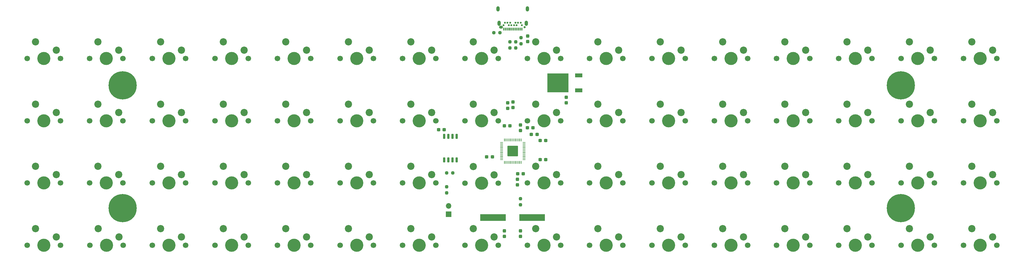
<source format=gbr>
%TF.GenerationSoftware,KiCad,Pcbnew,6.0.7-f9a2dced07~116~ubuntu20.04.1*%
%TF.CreationDate,2022-10-16T12:29:11-07:00*%
%TF.ProjectId,keyboard,6b657962-6f61-4726-942e-6b696361645f,rev?*%
%TF.SameCoordinates,Original*%
%TF.FileFunction,Soldermask,Top*%
%TF.FilePolarity,Negative*%
%FSLAX46Y46*%
G04 Gerber Fmt 4.6, Leading zero omitted, Abs format (unit mm)*
G04 Created by KiCad (PCBNEW 6.0.7-f9a2dced07~116~ubuntu20.04.1) date 2022-10-16 12:29:11*
%MOMM*%
%LPD*%
G01*
G04 APERTURE LIST*
G04 Aperture macros list*
%AMRoundRect*
0 Rectangle with rounded corners*
0 $1 Rounding radius*
0 $2 $3 $4 $5 $6 $7 $8 $9 X,Y pos of 4 corners*
0 Add a 4 corners polygon primitive as box body*
4,1,4,$2,$3,$4,$5,$6,$7,$8,$9,$2,$3,0*
0 Add four circle primitives for the rounded corners*
1,1,$1+$1,$2,$3*
1,1,$1+$1,$4,$5*
1,1,$1+$1,$6,$7*
1,1,$1+$1,$8,$9*
0 Add four rect primitives between the rounded corners*
20,1,$1+$1,$2,$3,$4,$5,0*
20,1,$1+$1,$4,$5,$6,$7,0*
20,1,$1+$1,$6,$7,$8,$9,0*
20,1,$1+$1,$8,$9,$2,$3,0*%
G04 Aperture macros list end*
%ADD10R,7.875000X2.000000*%
%ADD11C,4.000000*%
%ADD12C,1.700000*%
%ADD13C,2.200000*%
%ADD14RoundRect,0.237500X0.237500X-0.250000X0.237500X0.250000X-0.237500X0.250000X-0.237500X-0.250000X0*%
%ADD15RoundRect,0.237500X-0.237500X0.250000X-0.237500X-0.250000X0.237500X-0.250000X0.237500X0.250000X0*%
%ADD16RoundRect,0.237500X-0.237500X0.300000X-0.237500X-0.300000X0.237500X-0.300000X0.237500X0.300000X0*%
%ADD17RoundRect,0.237500X0.250000X0.237500X-0.250000X0.237500X-0.250000X-0.237500X0.250000X-0.237500X0*%
%ADD18RoundRect,0.050000X-0.387500X-0.050000X0.387500X-0.050000X0.387500X0.050000X-0.387500X0.050000X0*%
%ADD19RoundRect,0.050000X-0.050000X-0.387500X0.050000X-0.387500X0.050000X0.387500X-0.050000X0.387500X0*%
%ADD20RoundRect,0.144000X-1.456000X-1.456000X1.456000X-1.456000X1.456000X1.456000X-1.456000X1.456000X0*%
%ADD21C,8.600000*%
%ADD22RoundRect,0.237500X-0.300000X-0.237500X0.300000X-0.237500X0.300000X0.237500X-0.300000X0.237500X0*%
%ADD23RoundRect,0.237500X0.237500X-0.300000X0.237500X0.300000X-0.237500X0.300000X-0.237500X-0.300000X0*%
%ADD24R,1.700000X1.700000*%
%ADD25O,1.700000X1.700000*%
%ADD26C,0.609600*%
%ADD27R,0.304800X0.889000*%
%ADD28O,1.193800X0.914400*%
%ADD29O,1.016000X1.600200*%
%ADD30C,0.660400*%
%ADD31C,0.508000*%
%ADD32RoundRect,0.150000X0.150000X-0.650000X0.150000X0.650000X-0.150000X0.650000X-0.150000X-0.650000X0*%
%ADD33RoundRect,0.237500X0.300000X0.237500X-0.300000X0.237500X-0.300000X-0.237500X0.300000X-0.237500X0*%
%ADD34R,2.200000X1.200000*%
%ADD35R,6.400000X5.800000*%
G04 APERTURE END LIST*
D10*
%TO.C,Y1*%
X224947500Y-165350000D03*
X213072500Y-165350000D03*
%TD*%
D11*
%TO.C,SW22*%
X266660000Y-135850000D03*
D12*
X261580000Y-135850000D03*
X271740000Y-135850000D03*
D13*
X264120000Y-130770000D03*
X270470000Y-133310000D03*
%TD*%
D14*
%TO.C,R3*%
X221420000Y-161442500D03*
X221420000Y-159617500D03*
%TD*%
D15*
%TO.C,R2*%
X221590000Y-110425000D03*
X221590000Y-112250000D03*
%TD*%
D16*
%TO.C,C2*%
X235410000Y-128637500D03*
X235410000Y-130362500D03*
%TD*%
D17*
%TO.C,R6*%
X200742500Y-151740000D03*
X198917500Y-151740000D03*
%TD*%
D18*
%TO.C,U2*%
X215662500Y-142470000D03*
X215662500Y-142870000D03*
X215662500Y-143270000D03*
X215662500Y-143670000D03*
X215662500Y-144070000D03*
X215662500Y-144470000D03*
X215662500Y-144870000D03*
X215662500Y-145270000D03*
X215662500Y-145670000D03*
X215662500Y-146070000D03*
X215662500Y-146470000D03*
X215662500Y-146870000D03*
X215662500Y-147270000D03*
X215662500Y-147670000D03*
D19*
X216500000Y-148507500D03*
X216900000Y-148507500D03*
X217300000Y-148507500D03*
X217700000Y-148507500D03*
X218100000Y-148507500D03*
X218500000Y-148507500D03*
X218900000Y-148507500D03*
X219300000Y-148507500D03*
X219700000Y-148507500D03*
X220100000Y-148507500D03*
X220500000Y-148507500D03*
X220900000Y-148507500D03*
X221300000Y-148507500D03*
X221700000Y-148507500D03*
D18*
X222537500Y-147670000D03*
X222537500Y-147270000D03*
X222537500Y-146870000D03*
X222537500Y-146470000D03*
X222537500Y-146070000D03*
X222537500Y-145670000D03*
X222537500Y-145270000D03*
X222537500Y-144870000D03*
X222537500Y-144470000D03*
X222537500Y-144070000D03*
X222537500Y-143670000D03*
X222537500Y-143270000D03*
X222537500Y-142870000D03*
X222537500Y-142470000D03*
D19*
X221700000Y-141632500D03*
X221300000Y-141632500D03*
X220900000Y-141632500D03*
X220500000Y-141632500D03*
X220100000Y-141632500D03*
X219700000Y-141632500D03*
X219300000Y-141632500D03*
X218900000Y-141632500D03*
X218500000Y-141632500D03*
X218100000Y-141632500D03*
X217700000Y-141632500D03*
X217300000Y-141632500D03*
X216900000Y-141632500D03*
X216500000Y-141632500D03*
D20*
X219100000Y-145070000D03*
%TD*%
D21*
%TO.C,H3*%
X337500000Y-162500000D03*
%TD*%
%TO.C,H1*%
X100000000Y-125000000D03*
%TD*%
D22*
%TO.C,C13*%
X227407500Y-147650000D03*
X229132500Y-147650000D03*
%TD*%
D23*
%TO.C,C9*%
X221450000Y-138792500D03*
X221450000Y-137067500D03*
%TD*%
%TO.C,C3*%
X216530000Y-171172500D03*
X216530000Y-169447500D03*
%TD*%
D22*
%TO.C,C16*%
X227407500Y-141870000D03*
X229132500Y-141870000D03*
%TD*%
%TO.C,C10*%
X225282500Y-137950000D03*
X223557500Y-137950000D03*
%TD*%
D15*
%TO.C,R4*%
X219970000Y-111717500D03*
X219970000Y-113542500D03*
%TD*%
D24*
%TO.C,J2*%
X199525000Y-164335000D03*
D25*
X199525000Y-161795000D03*
%TD*%
D26*
%TO.C,J1*%
X221886519Y-106582486D03*
X221486393Y-105882486D03*
X220686267Y-105882486D03*
X220286141Y-106582486D03*
X219911515Y-105882486D03*
X219473889Y-106582486D03*
X218673763Y-106582486D03*
X218311137Y-105882486D03*
X217886511Y-106582486D03*
X217486385Y-105882486D03*
X216686259Y-105882486D03*
X216286133Y-106582486D03*
D27*
X216335633Y-107797486D03*
X216835759Y-107797486D03*
X217335885Y-107797486D03*
X217836011Y-107797486D03*
X218336137Y-107797486D03*
X218836263Y-107797486D03*
X219336389Y-107797486D03*
X219836515Y-107797486D03*
X220336641Y-107797486D03*
X220836767Y-107797486D03*
X221336893Y-107797486D03*
X221837019Y-107797486D03*
D28*
X215486326Y-107232486D03*
D29*
X214596325Y-101592486D03*
X214956327Y-105992486D03*
X223576327Y-101592486D03*
X223216325Y-105992486D03*
D30*
X215346626Y-107232486D03*
D31*
X214956327Y-106284586D03*
X223576327Y-101300386D03*
X214596325Y-101300386D03*
D30*
X222686326Y-107232486D03*
X215626026Y-107232486D03*
D31*
X214956327Y-105700386D03*
X214596325Y-101884586D03*
X223576327Y-101884586D03*
X223216325Y-106284586D03*
X223216325Y-105700386D03*
%TD*%
D32*
%TO.C,U3*%
X198175000Y-147790000D03*
X199445000Y-147790000D03*
X200715000Y-147790000D03*
X201985000Y-147790000D03*
X201985000Y-140590000D03*
X200715000Y-140590000D03*
X199445000Y-140590000D03*
X198175000Y-140590000D03*
%TD*%
D15*
%TO.C,R5*%
X218210000Y-111717500D03*
X218210000Y-113542500D03*
%TD*%
D22*
%TO.C,C6*%
X224747500Y-140010000D03*
X226472500Y-140010000D03*
%TD*%
D33*
%TO.C,C14*%
X198142500Y-138500000D03*
X196417500Y-138500000D03*
%TD*%
D16*
%TO.C,C11*%
X220510000Y-153667500D03*
X220510000Y-155392500D03*
%TD*%
D14*
%TO.C,R7*%
X198910000Y-157812500D03*
X198910000Y-155987500D03*
%TD*%
D16*
%TO.C,C1*%
X223670000Y-109877500D03*
X223670000Y-111602500D03*
%TD*%
D33*
%TO.C,C8*%
X212862500Y-146800000D03*
X211137500Y-146800000D03*
%TD*%
D23*
%TO.C,C15*%
X219140000Y-131772500D03*
X219140000Y-130047500D03*
%TD*%
D22*
%TO.C,C7*%
X220557500Y-152010000D03*
X222282500Y-152010000D03*
%TD*%
D21*
%TO.C,H4*%
X100000000Y-162500000D03*
%TD*%
D33*
%TO.C,C5*%
X218212500Y-137340000D03*
X216487500Y-137340000D03*
%TD*%
D21*
%TO.C,H2*%
X337500000Y-125000000D03*
%TD*%
D17*
%TO.C,R1*%
X215135000Y-108920000D03*
X213310000Y-108920000D03*
%TD*%
D23*
%TO.C,C12*%
X217520000Y-132022500D03*
X217520000Y-130297500D03*
%TD*%
D34*
%TO.C,U1*%
X239190000Y-126480000D03*
D35*
X232890000Y-124200000D03*
D34*
X239190000Y-121920000D03*
%TD*%
D23*
%TO.C,C4*%
X221410000Y-171162500D03*
X221410000Y-169437500D03*
%TD*%
D12*
%TO.C,SW29*%
X223527500Y-116800000D03*
X233687500Y-116800000D03*
D11*
X228607500Y-116800000D03*
D13*
X226067500Y-111720000D03*
X232417500Y-114260000D03*
%TD*%
D12*
%TO.C,SW7*%
X347797500Y-154810000D03*
D11*
X342717500Y-154810000D03*
D12*
X337637500Y-154810000D03*
D13*
X340177500Y-149730000D03*
X346527500Y-152270000D03*
%TD*%
D11*
%TO.C,SW34*%
X209557500Y-135850000D03*
D12*
X214637500Y-135850000D03*
X204477500Y-135850000D03*
D13*
X207017500Y-130770000D03*
X213367500Y-133310000D03*
%TD*%
D11*
%TO.C,SW46*%
X152360000Y-135850000D03*
D12*
X147280000Y-135850000D03*
X157440000Y-135850000D03*
D13*
X149820000Y-130770000D03*
X156170000Y-133310000D03*
%TD*%
D12*
%TO.C,SW45*%
X157440000Y-116800000D03*
D11*
X152360000Y-116800000D03*
D12*
X147280000Y-116800000D03*
D13*
X149820000Y-111720000D03*
X156170000Y-114260000D03*
%TD*%
D11*
%TO.C,SW30*%
X228607500Y-135850000D03*
D12*
X223527500Y-135850000D03*
X233687500Y-135850000D03*
D13*
X226067500Y-130770000D03*
X232417500Y-133310000D03*
%TD*%
D11*
%TO.C,SW31*%
X228607500Y-154810000D03*
D12*
X223527500Y-154810000D03*
X233687500Y-154810000D03*
D13*
X226067500Y-149730000D03*
X232417500Y-152270000D03*
%TD*%
D12*
%TO.C,SW10*%
X328747500Y-135850000D03*
X318587500Y-135850000D03*
D11*
X323667500Y-135850000D03*
D13*
X321127500Y-130770000D03*
X327477500Y-133310000D03*
%TD*%
%TO.C,SW55*%
X117975000Y-152270000D03*
X111625000Y-149730000D03*
D11*
X114165000Y-154810000D03*
D12*
X119245000Y-154810000D03*
X109085000Y-154810000D03*
%TD*%
%TO.C,SW27*%
X242530000Y-154810000D03*
D11*
X247610000Y-154810000D03*
D12*
X252690000Y-154810000D03*
D13*
X245070000Y-149730000D03*
X251420000Y-152270000D03*
%TD*%
D12*
%TO.C,SW43*%
X166377500Y-154810000D03*
D11*
X171457500Y-154810000D03*
D12*
X176537500Y-154810000D03*
D13*
X168917500Y-149730000D03*
X175267500Y-152270000D03*
%TD*%
D12*
%TO.C,SW5*%
X337637500Y-116800000D03*
X347797500Y-116800000D03*
D11*
X342717500Y-116800000D03*
D13*
X340177500Y-111720000D03*
X346527500Y-114260000D03*
%TD*%
D12*
%TO.C,SW56*%
X109085000Y-173860000D03*
D11*
X114165000Y-173860000D03*
D12*
X119245000Y-173860000D03*
D13*
X111625000Y-168780000D03*
X117975000Y-171320000D03*
%TD*%
D11*
%TO.C,SW63*%
X75970000Y-154810000D03*
D12*
X81050000Y-154810000D03*
X70890000Y-154810000D03*
D13*
X73430000Y-149730000D03*
X79780000Y-152270000D03*
%TD*%
D12*
%TO.C,SW59*%
X100147500Y-154810000D03*
D11*
X95067500Y-154810000D03*
D12*
X89987500Y-154810000D03*
D13*
X92527500Y-149730000D03*
X98877500Y-152270000D03*
%TD*%
D11*
%TO.C,SW60*%
X95110000Y-173840000D03*
D12*
X90030000Y-173840000D03*
X100190000Y-173840000D03*
D13*
X92570000Y-168760000D03*
X98920000Y-171300000D03*
%TD*%
D12*
%TO.C,SW52*%
X128182500Y-173860000D03*
X138342500Y-173860000D03*
D11*
X133262500Y-173860000D03*
D13*
X130722500Y-168780000D03*
X137072500Y-171320000D03*
%TD*%
D11*
%TO.C,SW37*%
X190555000Y-116800000D03*
D12*
X185475000Y-116800000D03*
X195635000Y-116800000D03*
D13*
X188015000Y-111720000D03*
X194365000Y-114260000D03*
%TD*%
D12*
%TO.C,SW18*%
X290742500Y-135850000D03*
X280582500Y-135850000D03*
D11*
X285662500Y-135850000D03*
D13*
X283122500Y-130770000D03*
X289472500Y-133310000D03*
%TD*%
D12*
%TO.C,SW3*%
X356640000Y-154810000D03*
D11*
X361720000Y-154810000D03*
D12*
X366800000Y-154810000D03*
D13*
X359180000Y-149730000D03*
X365530000Y-152270000D03*
%TD*%
D12*
%TO.C,SW64*%
X81050000Y-173860000D03*
D11*
X75970000Y-173860000D03*
D12*
X70890000Y-173860000D03*
D13*
X73430000Y-168780000D03*
X79780000Y-171320000D03*
%TD*%
D11*
%TO.C,SW8*%
X342717500Y-173860000D03*
D12*
X347797500Y-173860000D03*
X337637500Y-173860000D03*
D13*
X340177500Y-168780000D03*
X346527500Y-171320000D03*
%TD*%
%TO.C,SW58*%
X98877500Y-133310000D03*
X92527500Y-130770000D03*
D12*
X100147500Y-135850000D03*
D11*
X95067500Y-135850000D03*
D12*
X89987500Y-135850000D03*
%TD*%
D11*
%TO.C,SW44*%
X171457500Y-173860000D03*
D12*
X166377500Y-173860000D03*
X176537500Y-173860000D03*
D13*
X168917500Y-168780000D03*
X175267500Y-171320000D03*
%TD*%
D12*
%TO.C,SW42*%
X166377500Y-135850000D03*
X176537500Y-135850000D03*
D11*
X171457500Y-135850000D03*
D13*
X168917500Y-130770000D03*
X175267500Y-133310000D03*
%TD*%
D12*
%TO.C,SW2*%
X366800000Y-135850000D03*
D11*
X361720000Y-135850000D03*
D12*
X356640000Y-135850000D03*
D13*
X359180000Y-130770000D03*
X365530000Y-133310000D03*
%TD*%
D12*
%TO.C,SW26*%
X242530000Y-135850000D03*
X252690000Y-135850000D03*
D11*
X247610000Y-135850000D03*
D13*
X245070000Y-130770000D03*
X251420000Y-133310000D03*
%TD*%
D11*
%TO.C,SW33*%
X209557500Y-116800000D03*
D12*
X204477500Y-116800000D03*
X214637500Y-116800000D03*
D13*
X207017500Y-111720000D03*
X213367500Y-114260000D03*
%TD*%
D11*
%TO.C,SW54*%
X114165000Y-135850000D03*
D12*
X109085000Y-135850000D03*
X119245000Y-135850000D03*
D13*
X111625000Y-130770000D03*
X117975000Y-133310000D03*
%TD*%
D12*
%TO.C,SW19*%
X280582500Y-154810000D03*
X290742500Y-154810000D03*
D11*
X285662500Y-154810000D03*
D13*
X283122500Y-149730000D03*
X289472500Y-152270000D03*
%TD*%
D12*
%TO.C,SW13*%
X309745000Y-116800000D03*
D11*
X304665000Y-116800000D03*
D12*
X299585000Y-116800000D03*
D13*
X302125000Y-111720000D03*
X308475000Y-114260000D03*
%TD*%
D12*
%TO.C,SW50*%
X128182500Y-135850000D03*
D11*
X133262500Y-135850000D03*
D12*
X138342500Y-135850000D03*
D13*
X130722500Y-130770000D03*
X137072500Y-133310000D03*
%TD*%
D12*
%TO.C,SW32*%
X233687500Y-173860000D03*
D11*
X228607500Y-173860000D03*
D12*
X223527500Y-173860000D03*
D13*
X226067500Y-168780000D03*
X232417500Y-171320000D03*
%TD*%
D11*
%TO.C,SW49*%
X133262500Y-116800000D03*
D12*
X138342500Y-116800000D03*
X128182500Y-116800000D03*
D13*
X130722500Y-111720000D03*
X137072500Y-114260000D03*
%TD*%
D12*
%TO.C,SW14*%
X299585000Y-135850000D03*
X309745000Y-135850000D03*
D11*
X304665000Y-135850000D03*
D13*
X302125000Y-130770000D03*
X308475000Y-133310000D03*
%TD*%
D11*
%TO.C,SW23*%
X266660000Y-154810000D03*
D12*
X271740000Y-154810000D03*
X261580000Y-154810000D03*
D13*
X264120000Y-149730000D03*
X270470000Y-152270000D03*
%TD*%
D12*
%TO.C,SW15*%
X299585000Y-154810000D03*
X309745000Y-154810000D03*
D11*
X304665000Y-154810000D03*
D13*
X302125000Y-149730000D03*
X308475000Y-152270000D03*
%TD*%
D12*
%TO.C,SW61*%
X81050000Y-116800000D03*
X70890000Y-116800000D03*
D11*
X75970000Y-116800000D03*
D13*
X73430000Y-111720000D03*
X79780000Y-114260000D03*
%TD*%
D12*
%TO.C,SW62*%
X70890000Y-135850000D03*
D11*
X75970000Y-135850000D03*
D12*
X81050000Y-135850000D03*
D13*
X73430000Y-130770000D03*
X79780000Y-133310000D03*
%TD*%
D11*
%TO.C,SW57*%
X95067500Y-116800000D03*
D12*
X100147500Y-116800000D03*
X89987500Y-116800000D03*
D13*
X92527500Y-111720000D03*
X98877500Y-114260000D03*
%TD*%
D11*
%TO.C,SW28*%
X247610000Y-173860000D03*
D12*
X242530000Y-173860000D03*
X252690000Y-173860000D03*
D13*
X245070000Y-168780000D03*
X251420000Y-171320000D03*
%TD*%
D12*
%TO.C,SW36*%
X214637500Y-173860000D03*
X204477500Y-173860000D03*
D11*
X209557500Y-173860000D03*
D13*
X207017500Y-168780000D03*
X213367500Y-171320000D03*
%TD*%
D11*
%TO.C,SW51*%
X133262500Y-154810000D03*
D12*
X138342500Y-154810000D03*
X128182500Y-154810000D03*
D13*
X130722500Y-149730000D03*
X137072500Y-152270000D03*
%TD*%
D12*
%TO.C,SW12*%
X328747500Y-173860000D03*
D11*
X323667500Y-173860000D03*
D12*
X318587500Y-173860000D03*
D13*
X321127500Y-168780000D03*
X327477500Y-171320000D03*
%TD*%
D12*
%TO.C,SW38*%
X185475000Y-135850000D03*
X195635000Y-135850000D03*
D11*
X190555000Y-135850000D03*
D13*
X188015000Y-130770000D03*
X194365000Y-133310000D03*
%TD*%
D12*
%TO.C,SW11*%
X318587500Y-154810000D03*
D11*
X323667500Y-154810000D03*
D12*
X328747500Y-154810000D03*
D13*
X321127500Y-149730000D03*
X327477500Y-152270000D03*
%TD*%
D12*
%TO.C,SW21*%
X261580000Y-116800000D03*
X271740000Y-116800000D03*
D11*
X266660000Y-116800000D03*
D13*
X264120000Y-111720000D03*
X270470000Y-114260000D03*
%TD*%
D12*
%TO.C,SW1*%
X366800000Y-116800000D03*
X356640000Y-116800000D03*
D11*
X361720000Y-116800000D03*
D13*
X359180000Y-111720000D03*
X365530000Y-114260000D03*
%TD*%
D11*
%TO.C,SW39*%
X190555000Y-154810000D03*
D12*
X195635000Y-154810000D03*
X185475000Y-154810000D03*
D13*
X188015000Y-149730000D03*
X194365000Y-152270000D03*
%TD*%
D11*
%TO.C,SW16*%
X304665000Y-173860000D03*
D12*
X299585000Y-173860000D03*
X309745000Y-173860000D03*
D13*
X302125000Y-168780000D03*
X308475000Y-171320000D03*
%TD*%
D12*
%TO.C,SW47*%
X157440000Y-154810000D03*
X147280000Y-154810000D03*
D11*
X152360000Y-154810000D03*
D13*
X149820000Y-149730000D03*
X156170000Y-152270000D03*
%TD*%
D12*
%TO.C,SW35*%
X204510000Y-154850000D03*
D11*
X209590000Y-154850000D03*
D12*
X214670000Y-154850000D03*
D13*
X207050000Y-149770000D03*
X213400000Y-152310000D03*
%TD*%
D11*
%TO.C,SW20*%
X285662500Y-173860000D03*
D12*
X280582500Y-173860000D03*
X290742500Y-173860000D03*
D13*
X283122500Y-168780000D03*
X289472500Y-171320000D03*
%TD*%
D12*
%TO.C,SW17*%
X280582500Y-116800000D03*
X290742500Y-116800000D03*
D11*
X285662500Y-116800000D03*
D13*
X283122500Y-111720000D03*
X289472500Y-114260000D03*
%TD*%
D11*
%TO.C,SW53*%
X114165000Y-116800000D03*
D12*
X119245000Y-116800000D03*
X109085000Y-116800000D03*
D13*
X111625000Y-111720000D03*
X117975000Y-114260000D03*
%TD*%
D11*
%TO.C,SW24*%
X266660000Y-173860000D03*
D12*
X261580000Y-173860000D03*
X271740000Y-173860000D03*
D13*
X264120000Y-168780000D03*
X270470000Y-171320000D03*
%TD*%
D12*
%TO.C,SW6*%
X347797500Y-135850000D03*
D11*
X342717500Y-135850000D03*
D12*
X337637500Y-135850000D03*
D13*
X340177500Y-130770000D03*
X346527500Y-133310000D03*
%TD*%
D11*
%TO.C,SW4*%
X361720000Y-173860000D03*
D12*
X366800000Y-173860000D03*
X356640000Y-173860000D03*
D13*
X359180000Y-168780000D03*
X365530000Y-171320000D03*
%TD*%
D11*
%TO.C,SW40*%
X190555000Y-173860000D03*
D12*
X185475000Y-173860000D03*
X195635000Y-173860000D03*
D13*
X188015000Y-168780000D03*
X194365000Y-171320000D03*
%TD*%
D11*
%TO.C,SW41*%
X171457500Y-116800000D03*
D12*
X176537500Y-116800000D03*
X166377500Y-116800000D03*
D13*
X168917500Y-111720000D03*
X175267500Y-114260000D03*
%TD*%
D12*
%TO.C,SW48*%
X157440000Y-173860000D03*
X147280000Y-173860000D03*
D11*
X152360000Y-173860000D03*
D13*
X149820000Y-168780000D03*
X156170000Y-171320000D03*
%TD*%
D12*
%TO.C,SW25*%
X252690000Y-116800000D03*
X242530000Y-116800000D03*
D11*
X247610000Y-116800000D03*
D13*
X245070000Y-111720000D03*
X251420000Y-114260000D03*
%TD*%
D11*
%TO.C,SW9*%
X323667500Y-116800000D03*
D12*
X318587500Y-116800000D03*
X328747500Y-116800000D03*
D13*
X321127500Y-111720000D03*
X327477500Y-114260000D03*
%TD*%
M02*

</source>
